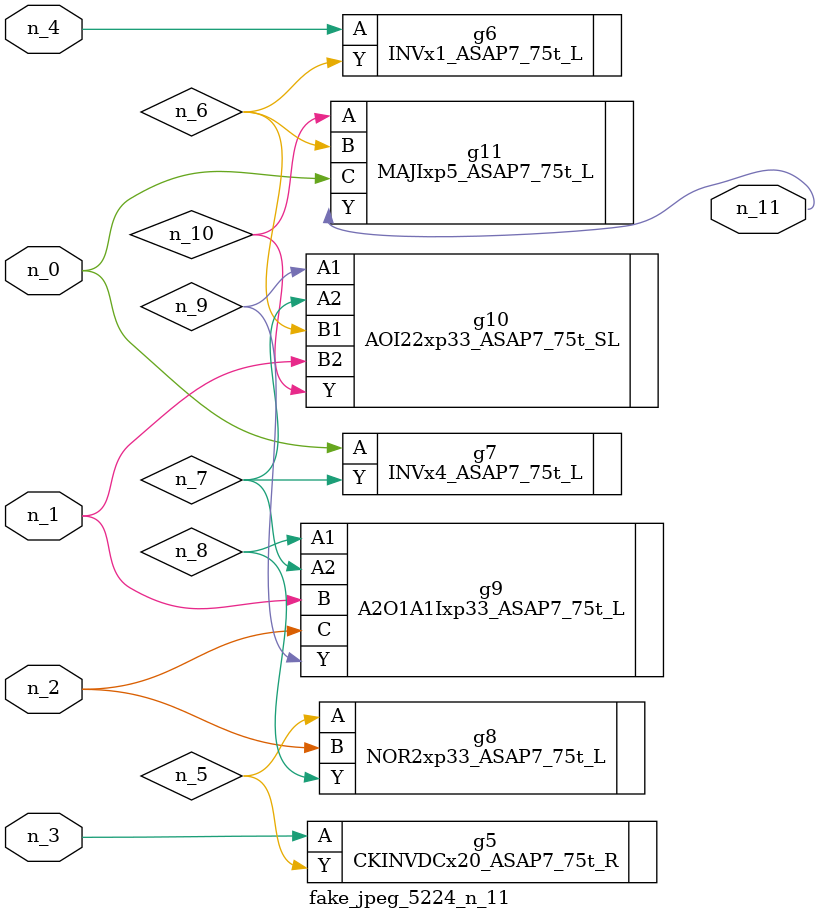
<source format=v>
module fake_jpeg_5224_n_11 (n_3, n_2, n_1, n_0, n_4, n_11);

input n_3;
input n_2;
input n_1;
input n_0;
input n_4;

output n_11;

wire n_10;
wire n_8;
wire n_9;
wire n_6;
wire n_5;
wire n_7;

CKINVDCx20_ASAP7_75t_R g5 ( 
.A(n_3),
.Y(n_5)
);

INVx1_ASAP7_75t_L g6 ( 
.A(n_4),
.Y(n_6)
);

INVx4_ASAP7_75t_L g7 ( 
.A(n_0),
.Y(n_7)
);

NOR2xp33_ASAP7_75t_L g8 ( 
.A(n_5),
.B(n_2),
.Y(n_8)
);

A2O1A1Ixp33_ASAP7_75t_L g9 ( 
.A1(n_8),
.A2(n_7),
.B(n_1),
.C(n_2),
.Y(n_9)
);

AOI22xp33_ASAP7_75t_SL g10 ( 
.A1(n_9),
.A2(n_7),
.B1(n_6),
.B2(n_1),
.Y(n_10)
);

MAJIxp5_ASAP7_75t_L g11 ( 
.A(n_10),
.B(n_6),
.C(n_0),
.Y(n_11)
);


endmodule
</source>
